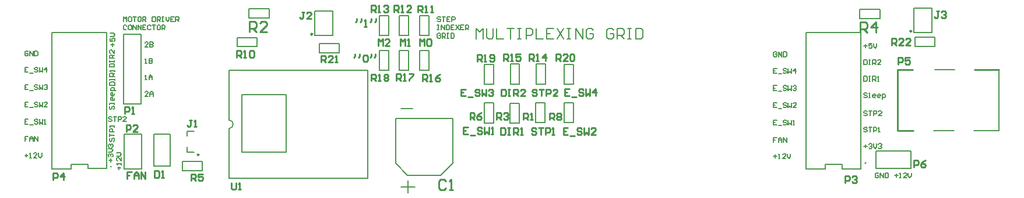
<source format=gto>
G04*
G04 #@! TF.GenerationSoftware,Altium Limited,Altium Designer,18.1.9 (240)*
G04*
G04 Layer_Color=65535*
%FSAX25Y25*%
%MOIN*%
G70*
G01*
G75*
%ADD10C,0.00984*%
%ADD11C,0.01000*%
%ADD12C,0.00787*%
%ADD13C,0.00394*%
%ADD14C,0.00591*%
D10*
X0643602Y0469842D02*
G03*
X0643602Y0469842I-0000492J0000000D01*
G01*
X0300925Y0468150D02*
G03*
X0300925Y0468150I-0000492J0000000D01*
G01*
X0235925Y0398937D02*
G03*
X0235925Y0398937I-0000492J0000000D01*
G01*
D11*
X0617247Y0394173D02*
G03*
X0617247Y0394173I-0000240J0000000D01*
G01*
X0185554Y0392008D02*
G03*
X0185554Y0392008I-0000240J0000000D01*
G01*
X0679420Y0447878D02*
X0693429D01*
X0635555Y0412839D02*
X0644343D01*
X0635555Y0447878D02*
X0644076D01*
X0635555Y0412839D02*
Y0447878D01*
X0197388Y0388975D02*
X0194764D01*
Y0387007D01*
X0196076D01*
X0194764D01*
Y0385039D01*
X0198699D02*
Y0387663D01*
X0200011Y0388975D01*
X0201323Y0387663D01*
Y0385039D01*
Y0387007D01*
X0198699D01*
X0202635Y0385039D02*
Y0388975D01*
X0205259Y0385039D01*
Y0388975D01*
X0428765Y0413752D02*
X0428110Y0414408D01*
X0426798D01*
X0426142Y0413752D01*
Y0413096D01*
X0426798Y0412440D01*
X0428110D01*
X0428765Y0411784D01*
Y0411128D01*
X0428110Y0410472D01*
X0426798D01*
X0426142Y0411128D01*
X0430078Y0414408D02*
X0432701D01*
X0431389D01*
Y0410472D01*
X0434013D02*
Y0414408D01*
X0435981D01*
X0436637Y0413752D01*
Y0412440D01*
X0435981Y0411784D01*
X0434013D01*
X0437949Y0410472D02*
X0439261D01*
X0438605D01*
Y0414408D01*
X0437949Y0413752D01*
X0408586Y0414487D02*
Y0410551D01*
X0410553D01*
X0411209Y0411207D01*
Y0413831D01*
X0410553Y0414487D01*
X0408586D01*
X0412521D02*
X0413833D01*
X0413177D01*
Y0410551D01*
X0412521D01*
X0413833D01*
X0415801D02*
Y0414487D01*
X0417769D01*
X0418425Y0413831D01*
Y0412519D01*
X0417769Y0411863D01*
X0415801D01*
X0417113D02*
X0418425Y0410551D01*
X0419737D02*
X0421049D01*
X0420393D01*
Y0414487D01*
X0419737Y0413831D01*
X0389868Y0414566D02*
X0387244D01*
Y0410630D01*
X0389868D01*
X0387244Y0412598D02*
X0388556D01*
X0391180Y0409974D02*
X0393804D01*
X0397739Y0413910D02*
X0397083Y0414566D01*
X0395772D01*
X0395116Y0413910D01*
Y0413254D01*
X0395772Y0412598D01*
X0397083D01*
X0397739Y0411942D01*
Y0411286D01*
X0397083Y0410630D01*
X0395772D01*
X0395116Y0411286D01*
X0399051Y0414566D02*
Y0410630D01*
X0400363Y0411942D01*
X0401675Y0410630D01*
Y0414566D01*
X0402987Y0410630D02*
X0404299D01*
X0403643D01*
Y0414566D01*
X0402987Y0413910D01*
X0446954Y0414408D02*
X0444331D01*
Y0410472D01*
X0446954D01*
X0444331Y0412440D02*
X0445643D01*
X0448266Y0409817D02*
X0450890D01*
X0454826Y0413752D02*
X0454170Y0414408D01*
X0452858D01*
X0452202Y0413752D01*
Y0413096D01*
X0452858Y0412440D01*
X0454170D01*
X0454826Y0411784D01*
Y0411128D01*
X0454170Y0410472D01*
X0452858D01*
X0452202Y0411128D01*
X0456138Y0414408D02*
Y0410472D01*
X0457450Y0411784D01*
X0458762Y0410472D01*
Y0414408D01*
X0462698Y0410472D02*
X0460074D01*
X0462698Y0413096D01*
Y0413752D01*
X0462042Y0414408D01*
X0460730D01*
X0460074Y0413752D01*
X0388451Y0436534D02*
X0385827D01*
Y0432598D01*
X0388451D01*
X0385827Y0434566D02*
X0387139D01*
X0389762Y0431943D02*
X0392386D01*
X0396322Y0435878D02*
X0395666Y0436534D01*
X0394354D01*
X0393698Y0435878D01*
Y0435222D01*
X0394354Y0434566D01*
X0395666D01*
X0396322Y0433910D01*
Y0433254D01*
X0395666Y0432598D01*
X0394354D01*
X0393698Y0433254D01*
X0397634Y0436534D02*
Y0432598D01*
X0398946Y0433910D01*
X0400258Y0432598D01*
Y0436534D01*
X0401570Y0435878D02*
X0402226Y0436534D01*
X0403538D01*
X0404194Y0435878D01*
Y0435222D01*
X0403538Y0434566D01*
X0402882D01*
X0403538D01*
X0404194Y0433910D01*
Y0433254D01*
X0403538Y0432598D01*
X0402226D01*
X0401570Y0433254D01*
X0447821Y0436613D02*
X0445197D01*
Y0432677D01*
X0447821D01*
X0445197Y0434645D02*
X0446509D01*
X0449133Y0432021D02*
X0451756D01*
X0455692Y0435957D02*
X0455036Y0436613D01*
X0453724D01*
X0453068Y0435957D01*
Y0435301D01*
X0453724Y0434645D01*
X0455036D01*
X0455692Y0433989D01*
Y0433333D01*
X0455036Y0432677D01*
X0453724D01*
X0453068Y0433333D01*
X0457004Y0436613D02*
Y0432677D01*
X0458316Y0433989D01*
X0459628Y0432677D01*
Y0436613D01*
X0462908Y0432677D02*
Y0436613D01*
X0460940Y0434645D01*
X0463564D01*
X0429159Y0435878D02*
X0428503Y0436534D01*
X0427191D01*
X0426535Y0435878D01*
Y0435222D01*
X0427191Y0434566D01*
X0428503D01*
X0429159Y0433910D01*
Y0433254D01*
X0428503Y0432598D01*
X0427191D01*
X0426535Y0433254D01*
X0430471Y0436534D02*
X0433095D01*
X0431783D01*
Y0432598D01*
X0434407D02*
Y0436534D01*
X0436375D01*
X0437031Y0435878D01*
Y0434566D01*
X0436375Y0433910D01*
X0434407D01*
X0440967Y0432598D02*
X0438343D01*
X0440967Y0435222D01*
Y0435878D01*
X0440310Y0436534D01*
X0438999D01*
X0438343Y0435878D01*
X0408701Y0436534D02*
Y0432598D01*
X0410669D01*
X0411325Y0433254D01*
Y0435878D01*
X0410669Y0436534D01*
X0408701D01*
X0412637D02*
X0413948D01*
X0413293D01*
Y0432598D01*
X0412637D01*
X0413948D01*
X0415916D02*
Y0436534D01*
X0417884D01*
X0418540Y0435878D01*
Y0434566D01*
X0417884Y0433910D01*
X0415916D01*
X0417228D02*
X0418540Y0432598D01*
X0422476D02*
X0419852D01*
X0422476Y0435222D01*
Y0435878D01*
X0421820Y0436534D01*
X0420508D01*
X0419852Y0435878D01*
X0362244Y0461417D02*
Y0465353D01*
X0363556Y0464041D01*
X0364868Y0465353D01*
Y0461417D01*
X0366180Y0464697D02*
X0366836Y0465353D01*
X0368148D01*
X0368804Y0464697D01*
Y0462073D01*
X0368148Y0461417D01*
X0366836D01*
X0366180Y0462073D01*
Y0464697D01*
X0351181Y0461457D02*
Y0465392D01*
X0352493Y0464080D01*
X0353805Y0465392D01*
Y0461457D01*
X0355117D02*
X0356429D01*
X0355773D01*
Y0465392D01*
X0355117Y0464737D01*
X0338366Y0461457D02*
Y0465392D01*
X0339678Y0464080D01*
X0340990Y0465392D01*
Y0461457D01*
X0344926D02*
X0342302D01*
X0344926Y0464080D01*
Y0464737D01*
X0344270Y0465392D01*
X0342958D01*
X0342302Y0464737D01*
X0326010Y0477033D02*
Y0475721D01*
X0325354Y0475065D01*
X0328634Y0477033D02*
Y0475721D01*
X0327978Y0475065D01*
X0330602Y0472441D02*
X0331914D01*
X0331258D01*
Y0476377D01*
X0330602Y0475721D01*
X0334538Y0477033D02*
Y0475721D01*
X0333882Y0475065D01*
X0337161Y0477033D02*
Y0475721D01*
X0336506Y0475065D01*
X0325144Y0456836D02*
Y0455524D01*
X0324488Y0454868D01*
X0327768Y0456836D02*
Y0455524D01*
X0327112Y0454868D01*
X0329736Y0455524D02*
X0330392Y0456180D01*
X0331704D01*
X0332360Y0455524D01*
Y0452900D01*
X0331704Y0452244D01*
X0330392D01*
X0329736Y0452900D01*
Y0455524D01*
X0334328Y0456836D02*
Y0455524D01*
X0333672Y0454868D01*
X0336951Y0456836D02*
Y0455524D01*
X0336295Y0454868D01*
X0635787Y0450827D02*
Y0454763D01*
X0637755D01*
X0638411Y0454107D01*
Y0452795D01*
X0637755Y0452139D01*
X0635787D01*
X0642347Y0454763D02*
X0639723D01*
Y0452795D01*
X0641035Y0453451D01*
X0641691D01*
X0642347Y0452795D01*
Y0451483D01*
X0641691Y0450827D01*
X0640379D01*
X0639723Y0451483D01*
X0614094Y0469173D02*
Y0475171D01*
X0617094D01*
X0618093Y0474172D01*
Y0472172D01*
X0617094Y0471173D01*
X0614094D01*
X0616094D02*
X0618093Y0469173D01*
X0623092D02*
Y0475171D01*
X0620093Y0472172D01*
X0624091D01*
X0264882Y0469331D02*
Y0475329D01*
X0267881D01*
X0268881Y0474329D01*
Y0472330D01*
X0267881Y0471330D01*
X0264882D01*
X0266881D02*
X0268881Y0469331D01*
X0274879D02*
X0270880D01*
X0274879Y0473329D01*
Y0474329D01*
X0273879Y0475329D01*
X0271880D01*
X0270880Y0474329D01*
X0377109Y0383857D02*
X0376109Y0384856D01*
X0374110D01*
X0373110Y0383857D01*
Y0379858D01*
X0374110Y0378858D01*
X0376109D01*
X0377109Y0379858D01*
X0379108Y0378858D02*
X0381108D01*
X0380108D01*
Y0384856D01*
X0379108Y0383857D01*
X0254567Y0382833D02*
Y0379554D01*
X0255223Y0378898D01*
X0256535D01*
X0257191Y0379554D01*
Y0382833D01*
X0258503Y0378898D02*
X0259815D01*
X0259159D01*
Y0382833D01*
X0258503Y0382177D01*
X0632270Y0461831D02*
Y0465766D01*
X0634238D01*
X0634894Y0465110D01*
Y0463799D01*
X0634238Y0463143D01*
X0632270D01*
X0633582D02*
X0634894Y0461831D01*
X0638829D02*
X0636206D01*
X0638829Y0464455D01*
Y0465110D01*
X0638173Y0465766D01*
X0636862D01*
X0636206Y0465110D01*
X0642765Y0461831D02*
X0640141D01*
X0642765Y0464455D01*
Y0465110D01*
X0642109Y0465766D01*
X0640797D01*
X0640141Y0465110D01*
X0305787Y0451929D02*
Y0455865D01*
X0307755D01*
X0308411Y0455209D01*
Y0453897D01*
X0307755Y0453241D01*
X0305787D01*
X0307099D02*
X0308411Y0451929D01*
X0312347D02*
X0309723D01*
X0312347Y0454553D01*
Y0455209D01*
X0311691Y0455865D01*
X0310379D01*
X0309723Y0455209D01*
X0313659Y0451929D02*
X0314971D01*
X0314315D01*
Y0455865D01*
X0313659Y0455209D01*
X0440118Y0452795D02*
Y0456731D01*
X0442086D01*
X0442742Y0456075D01*
Y0454763D01*
X0442086Y0454107D01*
X0440118D01*
X0441430D02*
X0442742Y0452795D01*
X0446678D02*
X0444054D01*
X0446678Y0455419D01*
Y0456075D01*
X0446022Y0456731D01*
X0444710D01*
X0444054Y0456075D01*
X0447990D02*
X0448646Y0456731D01*
X0449958D01*
X0450613Y0456075D01*
Y0453451D01*
X0449958Y0452795D01*
X0448646D01*
X0447990Y0453451D01*
Y0456075D01*
X0395039Y0452441D02*
Y0456377D01*
X0397007D01*
X0397663Y0455721D01*
Y0454409D01*
X0397007Y0453753D01*
X0395039D01*
X0396351D02*
X0397663Y0452441D01*
X0398975D02*
X0400287D01*
X0399631D01*
Y0456377D01*
X0398975Y0455721D01*
X0402255Y0453097D02*
X0402911Y0452441D01*
X0404223D01*
X0404879Y0453097D01*
Y0455721D01*
X0404223Y0456377D01*
X0402911D01*
X0402255Y0455721D01*
Y0455065D01*
X0402911Y0454409D01*
X0404879D01*
X0334449Y0441260D02*
Y0445196D01*
X0336417D01*
X0337073Y0444540D01*
Y0443228D01*
X0336417Y0442572D01*
X0334449D01*
X0335761D02*
X0337073Y0441260D01*
X0338385D02*
X0339697D01*
X0339040D01*
Y0445196D01*
X0338385Y0444540D01*
X0341664D02*
X0342320Y0445196D01*
X0343632D01*
X0344288Y0444540D01*
Y0443884D01*
X0343632Y0443228D01*
X0344288Y0442572D01*
Y0441916D01*
X0343632Y0441260D01*
X0342320D01*
X0341664Y0441916D01*
Y0442572D01*
X0342320Y0443228D01*
X0341664Y0443884D01*
Y0444540D01*
X0342320Y0443228D02*
X0343632D01*
X0348780Y0441299D02*
Y0445235D01*
X0350747D01*
X0351403Y0444579D01*
Y0443267D01*
X0350747Y0442611D01*
X0348780D01*
X0350091D02*
X0351403Y0441299D01*
X0352715D02*
X0354027D01*
X0353371D01*
Y0445235D01*
X0352715Y0444579D01*
X0355995Y0445235D02*
X0358619D01*
Y0444579D01*
X0355995Y0441955D01*
Y0441299D01*
X0363858Y0441063D02*
Y0444999D01*
X0365826D01*
X0366482Y0444343D01*
Y0443031D01*
X0365826Y0442375D01*
X0363858D01*
X0365170D02*
X0366482Y0441063D01*
X0367794D02*
X0369106D01*
X0368450D01*
Y0444999D01*
X0367794Y0444343D01*
X0373698Y0444999D02*
X0372386Y0444343D01*
X0371074Y0443031D01*
Y0441719D01*
X0371730Y0441063D01*
X0373042D01*
X0373698Y0441719D01*
Y0442375D01*
X0373042Y0443031D01*
X0371074D01*
X0410079Y0452638D02*
Y0456573D01*
X0412047D01*
X0412703Y0455918D01*
Y0454606D01*
X0412047Y0453950D01*
X0410079D01*
X0411391D02*
X0412703Y0452638D01*
X0414014D02*
X0415326D01*
X0414670D01*
Y0456573D01*
X0414014Y0455918D01*
X0419918Y0456573D02*
X0417294D01*
Y0454606D01*
X0418606Y0455262D01*
X0419262D01*
X0419918Y0454606D01*
Y0453294D01*
X0419262Y0452638D01*
X0417950D01*
X0417294Y0453294D01*
X0424843Y0452795D02*
Y0456731D01*
X0426810D01*
X0427466Y0456075D01*
Y0454763D01*
X0426810Y0454107D01*
X0424843D01*
X0426154D02*
X0427466Y0452795D01*
X0428778D02*
X0430090D01*
X0429434D01*
Y0456731D01*
X0428778Y0456075D01*
X0434026Y0452795D02*
Y0456731D01*
X0432058Y0454763D01*
X0434682D01*
X0334370Y0480630D02*
Y0484566D01*
X0336338D01*
X0336994Y0483910D01*
Y0482598D01*
X0336338Y0481942D01*
X0334370D01*
X0335682D02*
X0336994Y0480630D01*
X0338306D02*
X0339618D01*
X0338962D01*
Y0484566D01*
X0338306Y0483910D01*
X0341586D02*
X0342242Y0484566D01*
X0343553D01*
X0344209Y0483910D01*
Y0483254D01*
X0343553Y0482598D01*
X0342898D01*
X0343553D01*
X0344209Y0481942D01*
Y0481286D01*
X0343553Y0480630D01*
X0342242D01*
X0341586Y0481286D01*
X0347441Y0480630D02*
Y0484566D01*
X0349409D01*
X0350065Y0483910D01*
Y0482598D01*
X0349409Y0481942D01*
X0347441D01*
X0348753D02*
X0350065Y0480630D01*
X0351377D02*
X0352689D01*
X0352033D01*
Y0484566D01*
X0351377Y0483910D01*
X0357280Y0480630D02*
X0354657D01*
X0357280Y0483254D01*
Y0483910D01*
X0356624Y0484566D01*
X0355312D01*
X0354657Y0483910D01*
X0361260Y0480590D02*
Y0484526D01*
X0363228D01*
X0363884Y0483870D01*
Y0482558D01*
X0363228Y0481903D01*
X0361260D01*
X0362572D02*
X0363884Y0480590D01*
X0365196D02*
X0366508D01*
X0365851D01*
Y0484526D01*
X0365196Y0483870D01*
X0368475Y0480590D02*
X0369787D01*
X0369131D01*
Y0484526D01*
X0368475Y0483870D01*
X0257598Y0454882D02*
Y0458818D01*
X0259566D01*
X0260222Y0458162D01*
Y0456850D01*
X0259566Y0456194D01*
X0257598D01*
X0258910D02*
X0260222Y0454882D01*
X0261534D02*
X0262846D01*
X0262190D01*
Y0458818D01*
X0261534Y0458162D01*
X0264814D02*
X0265470Y0458818D01*
X0266782D01*
X0267438Y0458162D01*
Y0455538D01*
X0266782Y0454882D01*
X0265470D01*
X0264814Y0455538D01*
Y0458162D01*
X0436575Y0418898D02*
Y0422833D01*
X0438543D01*
X0439199Y0422177D01*
Y0420865D01*
X0438543Y0420210D01*
X0436575D01*
X0437887D02*
X0439199Y0418898D01*
X0440511Y0422177D02*
X0441166Y0422833D01*
X0442478D01*
X0443134Y0422177D01*
Y0421522D01*
X0442478Y0420865D01*
X0443134Y0420210D01*
Y0419554D01*
X0442478Y0418898D01*
X0441166D01*
X0440511Y0419554D01*
Y0420210D01*
X0441166Y0420865D01*
X0440511Y0421522D01*
Y0422177D01*
X0441166Y0420865D02*
X0442478D01*
X0390984Y0419134D02*
Y0423070D01*
X0392952D01*
X0393608Y0422414D01*
Y0421102D01*
X0392952Y0420446D01*
X0390984D01*
X0392296D02*
X0393608Y0419134D01*
X0397544Y0423070D02*
X0396232Y0422414D01*
X0394920Y0421102D01*
Y0419790D01*
X0395576Y0419134D01*
X0396888D01*
X0397544Y0419790D01*
Y0420446D01*
X0396888Y0421102D01*
X0394920D01*
X0231535Y0383937D02*
Y0387873D01*
X0233503D01*
X0234159Y0387217D01*
Y0385905D01*
X0233503Y0385249D01*
X0231535D01*
X0232847D02*
X0234159Y0383937D01*
X0238095Y0387873D02*
X0235471D01*
Y0385905D01*
X0236783Y0386561D01*
X0237439D01*
X0238095Y0385905D01*
Y0384593D01*
X0237439Y0383937D01*
X0236127D01*
X0235471Y0384593D01*
X0406142Y0419213D02*
Y0423148D01*
X0408110D01*
X0408766Y0422492D01*
Y0421180D01*
X0408110Y0420525D01*
X0406142D01*
X0407454D02*
X0408766Y0419213D01*
X0410077Y0422492D02*
X0410733Y0423148D01*
X0412045D01*
X0412701Y0422492D01*
Y0421836D01*
X0412045Y0421180D01*
X0411389D01*
X0412045D01*
X0412701Y0420525D01*
Y0419869D01*
X0412045Y0419213D01*
X0410733D01*
X0410077Y0419869D01*
X0421575Y0418898D02*
Y0422833D01*
X0423543D01*
X0424199Y0422177D01*
Y0420865D01*
X0423543Y0420210D01*
X0421575D01*
X0422887D02*
X0424199Y0418898D01*
X0425511D02*
X0426823D01*
X0426166D01*
Y0422833D01*
X0425511Y0422177D01*
X0644921Y0391693D02*
Y0395629D01*
X0646889D01*
X0647545Y0394973D01*
Y0393661D01*
X0646889Y0393005D01*
X0644921D01*
X0651481Y0395629D02*
X0650169Y0394973D01*
X0648857Y0393661D01*
Y0392349D01*
X0649513Y0391693D01*
X0650825D01*
X0651481Y0392349D01*
Y0393005D01*
X0650825Y0393661D01*
X0648857D01*
X0152598Y0384449D02*
Y0388385D01*
X0154566D01*
X0155222Y0387729D01*
Y0386417D01*
X0154566Y0385761D01*
X0152598D01*
X0158502Y0384449D02*
Y0388385D01*
X0156534Y0386417D01*
X0159158D01*
X0605551Y0382716D02*
Y0386652D01*
X0607519D01*
X0608175Y0385996D01*
Y0384684D01*
X0607519Y0384029D01*
X0605551D01*
X0609487Y0385996D02*
X0610143Y0386652D01*
X0611455D01*
X0612111Y0385996D01*
Y0385340D01*
X0611455Y0384684D01*
X0610799D01*
X0611455D01*
X0612111Y0384029D01*
Y0383372D01*
X0611455Y0382716D01*
X0610143D01*
X0609487Y0383372D01*
X0194331Y0412126D02*
Y0416062D01*
X0196299D01*
X0196955Y0415406D01*
Y0414094D01*
X0196299Y0413438D01*
X0194331D01*
X0200890Y0412126D02*
X0198266D01*
X0200890Y0414750D01*
Y0415406D01*
X0200234Y0416062D01*
X0198922D01*
X0198266Y0415406D01*
X0193504Y0422441D02*
Y0426377D01*
X0195472D01*
X0196128Y0425721D01*
Y0424409D01*
X0195472Y0423753D01*
X0193504D01*
X0197440Y0422441D02*
X0198752D01*
X0198096D01*
Y0426377D01*
X0197440Y0425721D01*
X0659238Y0481377D02*
X0657926D01*
X0658582D01*
Y0478097D01*
X0657926Y0477441D01*
X0657270D01*
X0656614Y0478097D01*
X0660550Y0480721D02*
X0661206Y0481377D01*
X0662518D01*
X0663174Y0480721D01*
Y0480065D01*
X0662518Y0479409D01*
X0661862D01*
X0662518D01*
X0663174Y0478753D01*
Y0478097D01*
X0662518Y0477441D01*
X0661206D01*
X0660550Y0478097D01*
X0296206Y0480867D02*
X0294895D01*
X0295551D01*
Y0477587D01*
X0294895Y0476931D01*
X0294239D01*
X0293583Y0477587D01*
X0300142Y0476931D02*
X0297518D01*
X0300142Y0479555D01*
Y0480211D01*
X0299486Y0480867D01*
X0298174D01*
X0297518Y0480211D01*
X0231915Y0418857D02*
X0230603D01*
X0231259D01*
Y0415577D01*
X0230603Y0414921D01*
X0229947D01*
X0229291Y0415577D01*
X0233227Y0414921D02*
X0234539D01*
X0233883D01*
Y0418857D01*
X0233227Y0418201D01*
X0210433Y0389684D02*
Y0385748D01*
X0212401D01*
X0213057Y0386404D01*
Y0389028D01*
X0212401Y0389684D01*
X0210433D01*
X0214369Y0385748D02*
X0215681D01*
X0215025D01*
Y0389684D01*
X0214369Y0389028D01*
D12*
X0252992Y0413917D02*
G03*
X0252992Y0418839I0000000J0002461D01*
G01*
X0656213Y0412839D02*
X0667816D01*
X0656655Y0447878D02*
X0667993D01*
X0679155Y0412839D02*
X0693429D01*
Y0447878D01*
X0613937Y0476929D02*
X0625354D01*
Y0482244D01*
X0613937D02*
X0625354D01*
X0613937Y0476929D02*
Y0482244D01*
X0264567Y0477283D02*
X0275984D01*
Y0482598D01*
X0264567D02*
X0275984D01*
X0264567Y0477283D02*
Y0482598D01*
X0351496Y0425472D02*
X0357992D01*
X0355354Y0377165D02*
Y0383937D01*
X0351417Y0380472D02*
X0359331D01*
X0348307Y0394094D02*
Y0419842D01*
Y0394094D02*
X0355236Y0387165D01*
X0374213D01*
X0380984Y0393937D01*
Y0419842D01*
X0348307D02*
X0380984D01*
X0645413Y0466398D02*
X0656831D01*
X0645413Y0461083D02*
Y0466398D01*
Y0461083D02*
X0656831D01*
Y0466398D01*
X0644724Y0483189D02*
X0655118D01*
X0644724Y0468976D02*
X0655118D01*
Y0483189D01*
X0644724Y0468976D02*
Y0483189D01*
X0623032Y0390984D02*
Y0400984D01*
X0643032D01*
Y0390984D02*
Y0400984D01*
X0623032Y0390984D02*
X0643032D01*
X0583189Y0390787D02*
X0594252D01*
Y0393347D01*
X0603819D01*
Y0390866D02*
Y0393347D01*
Y0390866D02*
X0614606D01*
X0583189Y0390787D02*
Y0468937D01*
X0614528D01*
X0614606Y0468858D01*
Y0390866D02*
Y0468858D01*
X0428622Y0417283D02*
Y0428701D01*
Y0417283D02*
X0433937D01*
Y0428701D01*
X0428622D02*
X0433937D01*
X0413937Y0417126D02*
Y0428543D01*
Y0417126D02*
X0419252D01*
Y0428543D01*
X0413937D02*
X0419252D01*
X0399173Y0417205D02*
Y0428622D01*
Y0417205D02*
X0404488D01*
Y0428622D01*
X0399173D02*
X0404488D01*
X0444803Y0417244D02*
Y0428661D01*
Y0417244D02*
X0450118D01*
Y0428661D01*
X0444803D02*
X0450118D01*
X0433976Y0439488D02*
Y0450906D01*
X0428661D02*
X0433976D01*
X0428661Y0439488D02*
Y0450906D01*
Y0439488D02*
X0433976D01*
X0419291D02*
Y0450906D01*
X0413976D02*
X0419291D01*
X0413976Y0439488D02*
Y0450906D01*
Y0439488D02*
X0419291D01*
X0450118Y0439291D02*
Y0450709D01*
X0444803D02*
X0450118D01*
X0444803Y0439291D02*
Y0450709D01*
Y0439291D02*
X0450118D01*
X0399173D02*
Y0450709D01*
Y0439291D02*
X0404488D01*
Y0450709D01*
X0399173D02*
X0404488D01*
X0362087Y0467323D02*
Y0478740D01*
Y0467323D02*
X0367402D01*
Y0478740D01*
X0362087D02*
X0367402D01*
X0350591Y0467362D02*
Y0478780D01*
Y0467362D02*
X0355906D01*
Y0478780D01*
X0350591D02*
X0355906D01*
X0339055Y0467402D02*
Y0478819D01*
Y0467402D02*
X0344370D01*
Y0478819D01*
X0339055D02*
X0344370D01*
X0362047Y0447402D02*
Y0458819D01*
Y0447402D02*
X0367362D01*
Y0458819D01*
X0362047D02*
X0367362D01*
X0350591Y0447402D02*
Y0458819D01*
Y0447402D02*
X0355906D01*
Y0458819D01*
X0350591D02*
X0355906D01*
X0339055Y0447362D02*
Y0458779D01*
Y0447362D02*
X0344370D01*
Y0458779D01*
X0339055D02*
X0344370D01*
X0302047Y0481496D02*
X0312441D01*
X0302047Y0467283D02*
X0312441D01*
Y0481496D01*
X0302047Y0467283D02*
Y0481496D01*
X0257677Y0460906D02*
X0269094D01*
Y0466221D01*
X0257677D02*
X0269094D01*
X0257677Y0460906D02*
Y0466221D01*
X0304764Y0457559D02*
X0316181D01*
Y0462874D01*
X0304764D02*
X0316181D01*
X0304764Y0457559D02*
Y0462874D01*
X0252992Y0385287D02*
X0332413D01*
Y0447287D01*
X0252992D02*
X0332413D01*
X0252992Y0418839D02*
Y0447287D01*
Y0385287D02*
Y0413917D01*
X0260413Y0400287D02*
X0285913D01*
Y0433287D01*
X0260413D02*
X0285913D01*
X0260413Y0400287D02*
Y0433287D01*
X0210039Y0410630D02*
X0219488D01*
X0210039Y0392284D02*
X0219488D01*
Y0410630D01*
X0210039Y0392284D02*
Y0410630D01*
X0229134Y0409567D02*
Y0412323D01*
X0233071D01*
X0229134Y0400512D02*
Y0403268D01*
Y0400512D02*
X0233071D01*
X0193032Y0410787D02*
X0203031D01*
Y0390787D02*
Y0410787D01*
X0193032Y0390787D02*
X0203031D01*
X0193032D02*
Y0410787D01*
X0151772Y0390827D02*
X0162835D01*
Y0393386D01*
X0172402D01*
Y0390905D02*
Y0393386D01*
Y0390905D02*
X0183189D01*
X0151772Y0390827D02*
Y0468976D01*
X0183110D01*
X0183189Y0468898D01*
Y0390905D02*
Y0468898D01*
X0226496Y0395079D02*
X0237913D01*
X0226496Y0389764D02*
Y0395079D01*
Y0389764D02*
X0237913D01*
Y0395079D01*
X0192638Y0428071D02*
X0202638D01*
X0192638D02*
Y0468071D01*
X0202638Y0428071D02*
Y0468071D01*
X0192638D02*
X0202638D01*
X0394449Y0465433D02*
Y0471337D01*
X0396417Y0469369D01*
X0398384Y0471337D01*
Y0465433D01*
X0400352Y0471337D02*
Y0466417D01*
X0401336Y0465433D01*
X0403304D01*
X0404288Y0466417D01*
Y0471337D01*
X0406256D02*
Y0465433D01*
X0410192D01*
X0412160Y0471337D02*
X0416095D01*
X0414127D01*
Y0465433D01*
X0418063Y0471337D02*
X0420031D01*
X0419047D01*
Y0465433D01*
X0418063D01*
X0420031D01*
X0422983D02*
Y0471337D01*
X0425935D01*
X0426919Y0470353D01*
Y0468385D01*
X0425935Y0467401D01*
X0422983D01*
X0428887Y0471337D02*
Y0465433D01*
X0432822D01*
X0438726Y0471337D02*
X0434790D01*
Y0465433D01*
X0438726D01*
X0434790Y0468385D02*
X0436758D01*
X0440694Y0471337D02*
X0444629Y0465433D01*
Y0471337D02*
X0440694Y0465433D01*
X0446597Y0471337D02*
X0448565D01*
X0447581D01*
Y0465433D01*
X0446597D01*
X0448565D01*
X0451517D02*
Y0471337D01*
X0455453Y0465433D01*
Y0471337D01*
X0461356Y0470353D02*
X0460372Y0471337D01*
X0458404D01*
X0457421Y0470353D01*
Y0466417D01*
X0458404Y0465433D01*
X0460372D01*
X0461356Y0466417D01*
Y0468385D01*
X0459388D01*
X0473164Y0470353D02*
X0472180Y0471337D01*
X0470212D01*
X0469228Y0470353D01*
Y0466417D01*
X0470212Y0465433D01*
X0472180D01*
X0473164Y0466417D01*
Y0468385D01*
X0471196D01*
X0475131Y0465433D02*
Y0471337D01*
X0478083D01*
X0479067Y0470353D01*
Y0468385D01*
X0478083Y0467401D01*
X0475131D01*
X0477099D02*
X0479067Y0465433D01*
X0481035Y0471337D02*
X0483003D01*
X0482019D01*
Y0465433D01*
X0481035D01*
X0483003D01*
X0485955Y0471337D02*
Y0465433D01*
X0488906D01*
X0489890Y0466417D01*
Y0470353D01*
X0488906Y0471337D01*
X0485955D01*
D13*
X0218858Y0411969D02*
G03*
X0218858Y0411969I-0000197J0000000D01*
G01*
D14*
X0616221Y0461456D02*
X0618057D01*
X0617139Y0462374D02*
Y0460538D01*
X0620812Y0462833D02*
X0618975D01*
Y0461456D01*
X0619894Y0461915D01*
X0620353D01*
X0620812Y0461456D01*
Y0460538D01*
X0620353Y0460078D01*
X0619435D01*
X0618975Y0460538D01*
X0621731Y0462833D02*
Y0460997D01*
X0622649Y0460078D01*
X0623567Y0460997D01*
Y0462833D01*
X0616221Y0453387D02*
Y0450632D01*
X0617598D01*
X0618057Y0451091D01*
Y0452928D01*
X0617598Y0453387D01*
X0616221D01*
X0618975D02*
X0619894D01*
X0619435D01*
Y0450632D01*
X0618975D01*
X0619894D01*
X0621271D02*
Y0453387D01*
X0622649D01*
X0623108Y0452928D01*
Y0452009D01*
X0622649Y0451550D01*
X0621271D01*
X0622190D02*
X0623108Y0450632D01*
X0625863D02*
X0624026D01*
X0625863Y0452468D01*
Y0452928D01*
X0625404Y0453387D01*
X0624485D01*
X0624026Y0452928D01*
X0616221Y0443940D02*
Y0441185D01*
X0617598D01*
X0618057Y0441644D01*
Y0443481D01*
X0617598Y0443940D01*
X0616221D01*
X0618975D02*
X0619894D01*
X0619435D01*
Y0441185D01*
X0618975D01*
X0619894D01*
X0621271D02*
Y0443940D01*
X0622649D01*
X0623108Y0443481D01*
Y0442563D01*
X0622649Y0442103D01*
X0621271D01*
X0622190D02*
X0623108Y0441185D01*
X0624026D02*
X0624945D01*
X0624485D01*
Y0443940D01*
X0624026Y0443481D01*
X0618057Y0434034D02*
X0617598Y0434494D01*
X0616680D01*
X0616221Y0434034D01*
Y0433575D01*
X0616680Y0433116D01*
X0617598D01*
X0618057Y0432657D01*
Y0432198D01*
X0617598Y0431739D01*
X0616680D01*
X0616221Y0432198D01*
X0618975Y0431739D02*
X0619894D01*
X0619435D01*
Y0434494D01*
X0618975D01*
X0622649Y0431739D02*
X0621731D01*
X0621271Y0432198D01*
Y0433116D01*
X0621731Y0433575D01*
X0622649D01*
X0623108Y0433116D01*
Y0432657D01*
X0621271D01*
X0625404Y0431739D02*
X0624485D01*
X0624026Y0432198D01*
Y0433116D01*
X0624485Y0433575D01*
X0625404D01*
X0625863Y0433116D01*
Y0432657D01*
X0624026D01*
X0626781Y0430820D02*
Y0433575D01*
X0628159D01*
X0628618Y0433116D01*
Y0432198D01*
X0628159Y0431739D01*
X0626781D01*
X0618057Y0423669D02*
X0617598Y0424129D01*
X0616680D01*
X0616221Y0423669D01*
Y0423210D01*
X0616680Y0422751D01*
X0617598D01*
X0618057Y0422292D01*
Y0421833D01*
X0617598Y0421374D01*
X0616680D01*
X0616221Y0421833D01*
X0618975Y0424129D02*
X0620812D01*
X0619894D01*
Y0421374D01*
X0621731D02*
Y0424129D01*
X0623108D01*
X0623567Y0423669D01*
Y0422751D01*
X0623108Y0422292D01*
X0621731D01*
X0626322Y0421374D02*
X0624485D01*
X0626322Y0423210D01*
Y0423669D01*
X0625863Y0424129D01*
X0624945D01*
X0624485Y0423669D01*
X0618057Y0414223D02*
X0617598Y0414682D01*
X0616680D01*
X0616221Y0414223D01*
Y0413764D01*
X0616680Y0413304D01*
X0617598D01*
X0618057Y0412845D01*
Y0412386D01*
X0617598Y0411927D01*
X0616680D01*
X0616221Y0412386D01*
X0618975Y0414682D02*
X0620812D01*
X0619894D01*
Y0411927D01*
X0621731D02*
Y0414682D01*
X0623108D01*
X0623567Y0414223D01*
Y0413304D01*
X0623108Y0412845D01*
X0621731D01*
X0624485Y0411927D02*
X0625404D01*
X0624945D01*
Y0414682D01*
X0624485Y0414223D01*
X0616221Y0403858D02*
X0618057D01*
X0617139Y0404776D02*
Y0402940D01*
X0618975Y0404776D02*
X0619435Y0405235D01*
X0620353D01*
X0620812Y0404776D01*
Y0404317D01*
X0620353Y0403858D01*
X0619894D01*
X0620353D01*
X0620812Y0403399D01*
Y0402940D01*
X0620353Y0402480D01*
X0619435D01*
X0618975Y0402940D01*
X0621731Y0405235D02*
Y0403399D01*
X0622649Y0402480D01*
X0623567Y0403399D01*
Y0405235D01*
X0624485Y0404776D02*
X0624945Y0405235D01*
X0625863D01*
X0626322Y0404776D01*
Y0404317D01*
X0625863Y0403858D01*
X0625404D01*
X0625863D01*
X0626322Y0403399D01*
Y0402940D01*
X0625863Y0402480D01*
X0624945D01*
X0624485Y0402940D01*
X0566462Y0457489D02*
X0566003Y0457948D01*
X0565085D01*
X0564625Y0457489D01*
Y0455652D01*
X0565085Y0455193D01*
X0566003D01*
X0566462Y0455652D01*
Y0456570D01*
X0565544D01*
X0567380Y0455193D02*
Y0457948D01*
X0569217Y0455193D01*
Y0457948D01*
X0570135D02*
Y0455193D01*
X0571513D01*
X0571972Y0455652D01*
Y0457489D01*
X0571513Y0457948D01*
X0570135D01*
X0566462Y0448501D02*
X0564625D01*
Y0445746D01*
X0566462D01*
X0564625Y0447124D02*
X0565544D01*
X0567380Y0445287D02*
X0569217D01*
X0571972Y0448042D02*
X0571513Y0448501D01*
X0570595D01*
X0570135Y0448042D01*
Y0447583D01*
X0570595Y0447124D01*
X0571513D01*
X0571972Y0446665D01*
Y0446205D01*
X0571513Y0445746D01*
X0570595D01*
X0570135Y0446205D01*
X0572890Y0448501D02*
Y0445746D01*
X0573809Y0446665D01*
X0574727Y0445746D01*
Y0448501D01*
X0577023Y0445746D02*
Y0448501D01*
X0575645Y0447124D01*
X0577482D01*
X0566462Y0438595D02*
X0564625D01*
Y0435840D01*
X0566462D01*
X0564625Y0437218D02*
X0565544D01*
X0567380Y0435381D02*
X0569217D01*
X0571972Y0438136D02*
X0571513Y0438595D01*
X0570595D01*
X0570135Y0438136D01*
Y0437677D01*
X0570595Y0437218D01*
X0571513D01*
X0571972Y0436759D01*
Y0436300D01*
X0571513Y0435840D01*
X0570595D01*
X0570135Y0436300D01*
X0572890Y0438595D02*
Y0435840D01*
X0573809Y0436759D01*
X0574727Y0435840D01*
Y0438595D01*
X0575645Y0438136D02*
X0576105Y0438595D01*
X0577023D01*
X0577482Y0438136D01*
Y0437677D01*
X0577023Y0437218D01*
X0576564D01*
X0577023D01*
X0577482Y0436759D01*
Y0436300D01*
X0577023Y0435840D01*
X0576105D01*
X0575645Y0436300D01*
X0566462Y0428690D02*
X0564625D01*
Y0425935D01*
X0566462D01*
X0564625Y0427312D02*
X0565544D01*
X0567380Y0425475D02*
X0569217D01*
X0571972Y0428230D02*
X0571513Y0428690D01*
X0570595D01*
X0570135Y0428230D01*
Y0427771D01*
X0570595Y0427312D01*
X0571513D01*
X0571972Y0426853D01*
Y0426394D01*
X0571513Y0425935D01*
X0570595D01*
X0570135Y0426394D01*
X0572890Y0428690D02*
Y0425935D01*
X0573809Y0426853D01*
X0574727Y0425935D01*
Y0428690D01*
X0577482Y0425935D02*
X0575645D01*
X0577482Y0427771D01*
Y0428230D01*
X0577023Y0428690D01*
X0576105D01*
X0575645Y0428230D01*
X0566462Y0418784D02*
X0564625D01*
Y0416029D01*
X0566462D01*
X0564625Y0417406D02*
X0565544D01*
X0567380Y0415570D02*
X0569217D01*
X0571972Y0418325D02*
X0571513Y0418784D01*
X0570595D01*
X0570135Y0418325D01*
Y0417866D01*
X0570595Y0417406D01*
X0571513D01*
X0571972Y0416947D01*
Y0416488D01*
X0571513Y0416029D01*
X0570595D01*
X0570135Y0416488D01*
X0572890Y0418784D02*
Y0416029D01*
X0573809Y0416947D01*
X0574727Y0416029D01*
Y0418784D01*
X0575645Y0416029D02*
X0576564D01*
X0576105D01*
Y0418784D01*
X0575645Y0418325D01*
X0566462Y0408878D02*
X0564625D01*
Y0407501D01*
X0565544D01*
X0564625D01*
Y0406123D01*
X0567380D02*
Y0407960D01*
X0568299Y0408878D01*
X0569217Y0407960D01*
Y0406123D01*
Y0407501D01*
X0567380D01*
X0570135Y0406123D02*
Y0408878D01*
X0571972Y0406123D01*
Y0408878D01*
X0564625Y0398054D02*
X0566462D01*
X0565544Y0398972D02*
Y0397135D01*
X0567380Y0396676D02*
X0568299D01*
X0567839D01*
Y0399431D01*
X0567380Y0398972D01*
X0571513Y0396676D02*
X0569676D01*
X0571513Y0398513D01*
Y0398972D01*
X0571054Y0399431D01*
X0570135D01*
X0569676Y0398972D01*
X0572431Y0399431D02*
Y0397595D01*
X0573350Y0396676D01*
X0574268Y0397595D01*
Y0399431D01*
X0206915Y0460820D02*
X0205079D01*
X0206915Y0462657D01*
Y0463116D01*
X0206456Y0463575D01*
X0205538D01*
X0205079Y0463116D01*
X0207834Y0463575D02*
Y0460820D01*
X0209211D01*
X0209670Y0461279D01*
Y0461739D01*
X0209211Y0462198D01*
X0207834D01*
X0209211D01*
X0209670Y0462657D01*
Y0463116D01*
X0209211Y0463575D01*
X0207834D01*
X0205079Y0451374D02*
X0205997D01*
X0205538D01*
Y0454129D01*
X0205079Y0453669D01*
X0207375Y0454129D02*
Y0451374D01*
X0208752D01*
X0209211Y0451833D01*
Y0452292D01*
X0208752Y0452751D01*
X0207375D01*
X0208752D01*
X0209211Y0453210D01*
Y0453669D01*
X0208752Y0454129D01*
X0207375D01*
X0205079Y0441927D02*
X0205997D01*
X0205538D01*
Y0444682D01*
X0205079Y0444223D01*
X0207375Y0441927D02*
Y0443764D01*
X0208293Y0444682D01*
X0209211Y0443764D01*
Y0441927D01*
Y0443304D01*
X0207375D01*
X0206915Y0432480D02*
X0205079D01*
X0206915Y0434317D01*
Y0434776D01*
X0206456Y0435235D01*
X0205538D01*
X0205079Y0434776D01*
X0207834Y0432480D02*
Y0434317D01*
X0208752Y0435235D01*
X0209670Y0434317D01*
Y0432480D01*
Y0433858D01*
X0207834D01*
X0138215Y0457978D02*
X0137755Y0458437D01*
X0136837D01*
X0136378Y0457978D01*
Y0456141D01*
X0136837Y0455682D01*
X0137755D01*
X0138215Y0456141D01*
Y0457059D01*
X0137296D01*
X0139133Y0455682D02*
Y0458437D01*
X0140970Y0455682D01*
Y0458437D01*
X0141888D02*
Y0455682D01*
X0143265D01*
X0143725Y0456141D01*
Y0457978D01*
X0143265Y0458437D01*
X0141888D01*
X0138215Y0448990D02*
X0136378D01*
Y0446235D01*
X0138215D01*
X0136378Y0447613D02*
X0137296D01*
X0139133Y0445776D02*
X0140970D01*
X0143725Y0448531D02*
X0143265Y0448990D01*
X0142347D01*
X0141888Y0448531D01*
Y0448072D01*
X0142347Y0447613D01*
X0143265D01*
X0143725Y0447154D01*
Y0446694D01*
X0143265Y0446235D01*
X0142347D01*
X0141888Y0446694D01*
X0144643Y0448990D02*
Y0446235D01*
X0145561Y0447154D01*
X0146480Y0446235D01*
Y0448990D01*
X0148775Y0446235D02*
Y0448990D01*
X0147398Y0447613D01*
X0149235D01*
X0138215Y0439084D02*
X0136378D01*
Y0436329D01*
X0138215D01*
X0136378Y0437707D02*
X0137296D01*
X0139133Y0435870D02*
X0140970D01*
X0143725Y0438625D02*
X0143265Y0439084D01*
X0142347D01*
X0141888Y0438625D01*
Y0438166D01*
X0142347Y0437707D01*
X0143265D01*
X0143725Y0437248D01*
Y0436789D01*
X0143265Y0436329D01*
X0142347D01*
X0141888Y0436789D01*
X0144643Y0439084D02*
Y0436329D01*
X0145561Y0437248D01*
X0146480Y0436329D01*
Y0439084D01*
X0147398Y0438625D02*
X0147857Y0439084D01*
X0148775D01*
X0149235Y0438625D01*
Y0438166D01*
X0148775Y0437707D01*
X0148316D01*
X0148775D01*
X0149235Y0437248D01*
Y0436789D01*
X0148775Y0436329D01*
X0147857D01*
X0147398Y0436789D01*
X0138215Y0429179D02*
X0136378D01*
Y0426424D01*
X0138215D01*
X0136378Y0427801D02*
X0137296D01*
X0139133Y0425964D02*
X0140970D01*
X0143725Y0428719D02*
X0143265Y0429179D01*
X0142347D01*
X0141888Y0428719D01*
Y0428260D01*
X0142347Y0427801D01*
X0143265D01*
X0143725Y0427342D01*
Y0426883D01*
X0143265Y0426424D01*
X0142347D01*
X0141888Y0426883D01*
X0144643Y0429179D02*
Y0426424D01*
X0145561Y0427342D01*
X0146480Y0426424D01*
Y0429179D01*
X0149235Y0426424D02*
X0147398D01*
X0149235Y0428260D01*
Y0428719D01*
X0148775Y0429179D01*
X0147857D01*
X0147398Y0428719D01*
X0138215Y0419273D02*
X0136378D01*
Y0416518D01*
X0138215D01*
X0136378Y0417895D02*
X0137296D01*
X0139133Y0416059D02*
X0140970D01*
X0143725Y0418814D02*
X0143265Y0419273D01*
X0142347D01*
X0141888Y0418814D01*
Y0418355D01*
X0142347Y0417895D01*
X0143265D01*
X0143725Y0417436D01*
Y0416977D01*
X0143265Y0416518D01*
X0142347D01*
X0141888Y0416977D01*
X0144643Y0419273D02*
Y0416518D01*
X0145561Y0417436D01*
X0146480Y0416518D01*
Y0419273D01*
X0147398Y0416518D02*
X0148316D01*
X0147857D01*
Y0419273D01*
X0147398Y0418814D01*
X0138215Y0409367D02*
X0136378D01*
Y0407990D01*
X0137296D01*
X0136378D01*
Y0406612D01*
X0139133D02*
Y0408449D01*
X0140051Y0409367D01*
X0140970Y0408449D01*
Y0406612D01*
Y0407990D01*
X0139133D01*
X0141888Y0406612D02*
Y0409367D01*
X0143725Y0406612D01*
Y0409367D01*
X0136378Y0398543D02*
X0138215D01*
X0137296Y0399461D02*
Y0397624D01*
X0139133Y0397165D02*
X0140051D01*
X0139592D01*
Y0399920D01*
X0139133Y0399461D01*
X0143265Y0397165D02*
X0141429D01*
X0143265Y0399002D01*
Y0399461D01*
X0142806Y0399920D01*
X0141888D01*
X0141429Y0399461D01*
X0144184Y0399920D02*
Y0398084D01*
X0145102Y0397165D01*
X0146020Y0398084D01*
Y0399920D01*
X0374120Y0477609D02*
X0373661Y0478068D01*
X0372743D01*
X0372283Y0477609D01*
Y0477149D01*
X0372743Y0476690D01*
X0373661D01*
X0374120Y0476231D01*
Y0475772D01*
X0373661Y0475313D01*
X0372743D01*
X0372283Y0475772D01*
X0375039Y0478068D02*
X0376875D01*
X0375957D01*
Y0475313D01*
X0379630Y0478068D02*
X0377794D01*
Y0475313D01*
X0379630D01*
X0377794Y0476690D02*
X0378712D01*
X0380549Y0475313D02*
Y0478068D01*
X0381926D01*
X0382385Y0477609D01*
Y0476690D01*
X0381926Y0476231D01*
X0380549D01*
X0372283Y0473345D02*
X0373202D01*
X0372743D01*
Y0470589D01*
X0372283D01*
X0373202D01*
X0374579D02*
Y0473345D01*
X0376416Y0470589D01*
Y0473345D01*
X0377334D02*
Y0470589D01*
X0378712D01*
X0379171Y0471049D01*
Y0472885D01*
X0378712Y0473345D01*
X0377334D01*
X0381926D02*
X0380089D01*
Y0470589D01*
X0381926D01*
X0380089Y0471967D02*
X0381008D01*
X0382844Y0473345D02*
X0384681Y0470589D01*
Y0473345D02*
X0382844Y0470589D01*
X0387436Y0473345D02*
X0385599D01*
Y0470589D01*
X0387436D01*
X0385599Y0471967D02*
X0386518D01*
X0388354Y0470589D02*
Y0473345D01*
X0389732D01*
X0390191Y0472885D01*
Y0471967D01*
X0389732Y0471508D01*
X0388354D01*
X0389273D02*
X0390191Y0470589D01*
X0374120Y0468162D02*
X0373661Y0468621D01*
X0372743D01*
X0372283Y0468162D01*
Y0466325D01*
X0372743Y0465866D01*
X0373661D01*
X0374120Y0466325D01*
Y0467244D01*
X0373202D01*
X0375039Y0465866D02*
Y0468621D01*
X0376416D01*
X0376875Y0468162D01*
Y0467244D01*
X0376416Y0466784D01*
X0375039D01*
X0375957D02*
X0376875Y0465866D01*
X0377794Y0468621D02*
X0378712D01*
X0378253D01*
Y0465866D01*
X0377794D01*
X0378712D01*
X0380089Y0468621D02*
Y0465866D01*
X0381467D01*
X0381926Y0466325D01*
Y0468162D01*
X0381467Y0468621D01*
X0380089D01*
X0192756Y0475314D02*
Y0478069D01*
X0193674Y0477150D01*
X0194593Y0478069D01*
Y0475314D01*
X0196888Y0478069D02*
X0195970D01*
X0195511Y0477610D01*
Y0475773D01*
X0195970Y0475314D01*
X0196888D01*
X0197348Y0475773D01*
Y0477610D01*
X0196888Y0478069D01*
X0198266D02*
X0200103D01*
X0199184D01*
Y0475314D01*
X0202398Y0478069D02*
X0201480D01*
X0201021Y0477610D01*
Y0475773D01*
X0201480Y0475314D01*
X0202398D01*
X0202858Y0475773D01*
Y0477610D01*
X0202398Y0478069D01*
X0203776Y0475314D02*
Y0478069D01*
X0205153D01*
X0205613Y0477610D01*
Y0476691D01*
X0205153Y0476232D01*
X0203776D01*
X0204694D02*
X0205613Y0475314D01*
X0209286Y0478069D02*
Y0475314D01*
X0210664D01*
X0211123Y0475773D01*
Y0477610D01*
X0210664Y0478069D01*
X0209286D01*
X0212041Y0475314D02*
Y0478069D01*
X0213419D01*
X0213878Y0477610D01*
Y0476691D01*
X0213419Y0476232D01*
X0212041D01*
X0212959D02*
X0213878Y0475314D01*
X0214796Y0478069D02*
X0215714D01*
X0215255D01*
Y0475314D01*
X0214796D01*
X0215714D01*
X0217092Y0478069D02*
Y0476232D01*
X0218010Y0475314D01*
X0218929Y0476232D01*
Y0478069D01*
X0221684D02*
X0219847D01*
Y0475314D01*
X0221684D01*
X0219847Y0476691D02*
X0220765D01*
X0222602Y0475314D02*
Y0478069D01*
X0223979D01*
X0224439Y0477610D01*
Y0476691D01*
X0223979Y0476232D01*
X0222602D01*
X0223520D02*
X0224439Y0475314D01*
X0194593Y0472886D02*
X0194133Y0473346D01*
X0193215D01*
X0192756Y0472886D01*
Y0471050D01*
X0193215Y0470590D01*
X0194133D01*
X0194593Y0471050D01*
X0196888Y0473346D02*
X0195970D01*
X0195511Y0472886D01*
Y0471050D01*
X0195970Y0470590D01*
X0196888D01*
X0197348Y0471050D01*
Y0472886D01*
X0196888Y0473346D01*
X0198266Y0470590D02*
Y0473346D01*
X0200103Y0470590D01*
Y0473346D01*
X0201021Y0470590D02*
Y0473346D01*
X0202858Y0470590D01*
Y0473346D01*
X0205613D02*
X0203776D01*
Y0470590D01*
X0205613D01*
X0203776Y0471968D02*
X0204694D01*
X0208368Y0472886D02*
X0207909Y0473346D01*
X0206990D01*
X0206531Y0472886D01*
Y0471050D01*
X0206990Y0470590D01*
X0207909D01*
X0208368Y0471050D01*
X0209286Y0473346D02*
X0211123D01*
X0210204D01*
Y0470590D01*
X0213419Y0473346D02*
X0212500D01*
X0212041Y0472886D01*
Y0471050D01*
X0212500Y0470590D01*
X0213419D01*
X0213878Y0471050D01*
Y0472886D01*
X0213419Y0473346D01*
X0214796Y0470590D02*
Y0473346D01*
X0216174D01*
X0216633Y0472886D01*
Y0471968D01*
X0216174Y0471509D01*
X0214796D01*
X0215714D02*
X0216633Y0470590D01*
X0624632Y0388004D02*
X0624173Y0388464D01*
X0623254D01*
X0622795Y0388004D01*
Y0386168D01*
X0623254Y0385709D01*
X0624173D01*
X0624632Y0386168D01*
Y0387086D01*
X0623714D01*
X0625550Y0385709D02*
Y0388464D01*
X0627387Y0385709D01*
Y0388464D01*
X0628305D02*
Y0385709D01*
X0629683D01*
X0630142Y0386168D01*
Y0388004D01*
X0629683Y0388464D01*
X0628305D01*
X0633815Y0387086D02*
X0635652D01*
X0634734Y0388004D02*
Y0386168D01*
X0636570Y0385709D02*
X0637489D01*
X0637030D01*
Y0388464D01*
X0636570Y0388004D01*
X0640703Y0385709D02*
X0638866D01*
X0640703Y0387545D01*
Y0388004D01*
X0640244Y0388464D01*
X0639325D01*
X0638866Y0388004D01*
X0641621Y0388464D02*
Y0386627D01*
X0642540Y0385709D01*
X0643458Y0386627D01*
Y0388464D01*
X0186536Y0461221D02*
Y0463057D01*
X0185617Y0462139D02*
X0187454D01*
X0185158Y0465812D02*
Y0463975D01*
X0186536D01*
X0186077Y0464894D01*
Y0465353D01*
X0186536Y0465812D01*
X0187454D01*
X0187913Y0465353D01*
Y0464435D01*
X0187454Y0463975D01*
X0185158Y0466730D02*
X0186995D01*
X0187913Y0467649D01*
X0186995Y0468567D01*
X0185158D01*
X0184725Y0449331D02*
X0187480D01*
Y0450708D01*
X0187021Y0451167D01*
X0185185D01*
X0184725Y0450708D01*
Y0449331D01*
Y0452086D02*
Y0453004D01*
Y0452545D01*
X0187480D01*
Y0452086D01*
Y0453004D01*
Y0454382D02*
X0184725D01*
Y0455759D01*
X0185185Y0456218D01*
X0186103D01*
X0186562Y0455759D01*
Y0454382D01*
Y0455300D02*
X0187480Y0456218D01*
Y0458973D02*
Y0457137D01*
X0185644Y0458973D01*
X0185185D01*
X0184725Y0458514D01*
Y0457596D01*
X0185185Y0457137D01*
X0184961Y0438819D02*
X0187716D01*
Y0440196D01*
X0187257Y0440656D01*
X0185421D01*
X0184961Y0440196D01*
Y0438819D01*
Y0441574D02*
Y0442492D01*
Y0442033D01*
X0187716D01*
Y0441574D01*
Y0442492D01*
Y0443870D02*
X0184961D01*
Y0445247D01*
X0185421Y0445707D01*
X0186339D01*
X0186798Y0445247D01*
Y0443870D01*
Y0444788D02*
X0187716Y0445707D01*
Y0446625D02*
Y0447543D01*
Y0447084D01*
X0184961D01*
X0185421Y0446625D01*
X0185145Y0426876D02*
X0184686Y0426417D01*
Y0425498D01*
X0185145Y0425039D01*
X0185604D01*
X0186063Y0425498D01*
Y0426417D01*
X0186523Y0426876D01*
X0186982D01*
X0187441Y0426417D01*
Y0425498D01*
X0186982Y0425039D01*
X0187441Y0427794D02*
Y0428713D01*
Y0428254D01*
X0184686D01*
Y0427794D01*
X0187441Y0431468D02*
Y0430549D01*
X0186982Y0430090D01*
X0186063D01*
X0185604Y0430549D01*
Y0431468D01*
X0186063Y0431927D01*
X0186523D01*
Y0430090D01*
X0187441Y0434223D02*
Y0433304D01*
X0186982Y0432845D01*
X0186063D01*
X0185604Y0433304D01*
Y0434223D01*
X0186063Y0434682D01*
X0186523D01*
Y0432845D01*
X0188359Y0435600D02*
X0185604D01*
Y0436978D01*
X0186063Y0437437D01*
X0186982D01*
X0187441Y0436978D01*
Y0435600D01*
X0186049Y0420367D02*
X0185590Y0420826D01*
X0184672D01*
X0184213Y0420367D01*
Y0419908D01*
X0184672Y0419448D01*
X0185590D01*
X0186049Y0418989D01*
Y0418530D01*
X0185590Y0418071D01*
X0184672D01*
X0184213Y0418530D01*
X0186968Y0420826D02*
X0188804D01*
X0187886D01*
Y0418071D01*
X0189723D02*
Y0420826D01*
X0191100D01*
X0191559Y0420367D01*
Y0419448D01*
X0191100Y0418989D01*
X0189723D01*
X0194314Y0418071D02*
X0192478D01*
X0194314Y0419908D01*
Y0420367D01*
X0193855Y0420826D01*
X0192937D01*
X0192478Y0420367D01*
X0185145Y0408372D02*
X0184686Y0407913D01*
Y0406995D01*
X0185145Y0406535D01*
X0185604D01*
X0186063Y0406995D01*
Y0407913D01*
X0186523Y0408372D01*
X0186982D01*
X0187441Y0407913D01*
Y0406995D01*
X0186982Y0406535D01*
X0184686Y0409291D02*
Y0411127D01*
Y0410209D01*
X0187441D01*
Y0412045D02*
X0184686D01*
Y0413423D01*
X0185145Y0413882D01*
X0186063D01*
X0186523Y0413423D01*
Y0412045D01*
X0187441Y0414801D02*
Y0415719D01*
Y0415260D01*
X0184686D01*
X0185145Y0414801D01*
X0185355Y0394882D02*
Y0396719D01*
X0184436Y0395800D02*
X0186273D01*
X0184436Y0397637D02*
X0183977Y0398096D01*
Y0399014D01*
X0184436Y0399474D01*
X0184896D01*
X0185355Y0399014D01*
Y0398555D01*
Y0399014D01*
X0185814Y0399474D01*
X0186273D01*
X0186732Y0399014D01*
Y0398096D01*
X0186273Y0397637D01*
X0183977Y0400392D02*
X0185814D01*
X0186732Y0401310D01*
X0185814Y0402229D01*
X0183977D01*
X0184436Y0403147D02*
X0183977Y0403606D01*
Y0404525D01*
X0184436Y0404984D01*
X0184896D01*
X0185355Y0404525D01*
Y0404065D01*
Y0404525D01*
X0185814Y0404984D01*
X0186273D01*
X0186732Y0404525D01*
Y0403606D01*
X0186273Y0403147D01*
X0190237Y0390354D02*
Y0392191D01*
X0189318Y0391273D02*
X0191155D01*
X0191614Y0393109D02*
Y0394028D01*
Y0393568D01*
X0188859D01*
X0189318Y0393109D01*
X0191614Y0397242D02*
Y0395405D01*
X0189778Y0397242D01*
X0189318D01*
X0188859Y0396783D01*
Y0395864D01*
X0189318Y0395405D01*
X0188859Y0398160D02*
X0190696D01*
X0191614Y0399079D01*
X0190696Y0399997D01*
X0188859D01*
M02*

</source>
